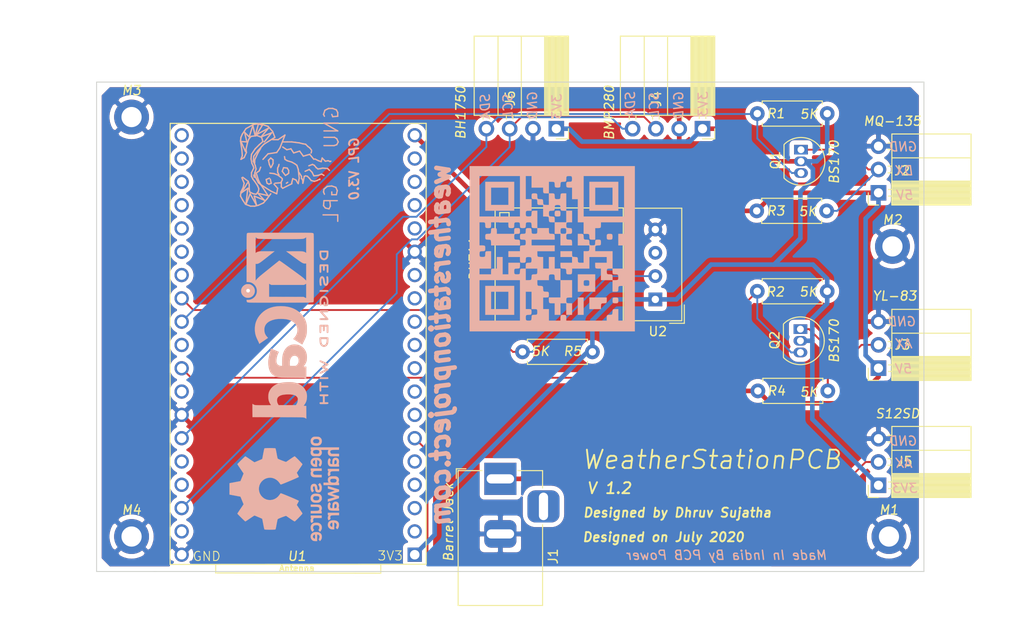
<source format=kicad_pcb>
(kicad_pcb (version 20171130) (host pcbnew "(5.1.6)-1")
  (title_block (title WeatherStationPCB) (date "July 2020") (rev V-1.2) (company "Weather Station Project") (comment 2 "This project is protected by the GNU General Public License V-3.0") (comment 4 "Designed by Dhruv Sujatha"))
  (layers (0 F.Cu signal) (31 B.Cu signal) (34 B.Paste user) (35 F.Paste user) (36 B.SilkS user) (37 F.SilkS user) (38 B.Mask user) (39 F.Mask user) (44 Edge.Cuts user))
  (net 0 "")
  (net 1 "Net-(U1-Pad3)")
  (net 2 "Net-(U1-Pad4)")
  (net 3 "Net-(U1-Pad5)")
  (net 4 "Net-(U1-Pad7)")
  (net 5 "Net-(U1-Pad8)")
  (net 6 "Net-(U1-Pad9)")
  (net 7 "Net-(U1-Pad10)")
  (net 8 "Net-(U1-Pad11)")
  (net 9 "Net-(U1-Pad12)")
  (net 10 "Net-(U1-Pad13)")
  (net 11 "Net-(U1-Pad16)")
  (net 12 "Net-(U1-Pad17)")
  (net 13 "Net-(U1-Pad18)")
  (net 14 "Net-(U1-Pad21)")
  (net 15 "Net-(U1-Pad29)")
  (net 16 "Net-(U1-Pad32)")
  (net 17 "Net-(U1-Pad33)")
  (net 18 "Net-(U1-Pad34)")
  (net 19 "Net-(U1-Pad35)")
  (net 20 "Net-(U1-Pad36)")
  (net 21 "Net-(U1-Pad37)")
  (net 22 5V)
  (net 23 GND)
  (net 24 "Net-(J1-Pad3)")
  (net 25 RST)
  (net 26 3V3)
  (net 27 "Net-(U1-Pad15)")
  (net 28 SCL)
  (net 29 SDA)
  (net 30 DHT22Data)
  (net 31 "Net-(U1-Pad38)")
  (net 32 MQ135Data5V)
  (net 33 YL-83Data5V)
  (net 34 MQ135Data)
  (net 35 YL-83Data)
  (net 36 "Net-(U2-Pad3)")
  (net 37 S12SD-UVData)
  (net 38 TX)
  (net 39 RX)
  (net 40 "Net-(U1-Pad27)")
  (module SilkScreen:WeatherStationQR_18mm (layer B.Cu) (at 146.558 96.647 270)
    (fp_text reference G*** hide)
    (fp_text value LOGO hide)
  )
  (module Symbol:OSHW-Logo_11.4x12mm_SilkScreen (layer B.Cu) (at 117.348 122.809 270)
    (fp_text reference REF** hide)
    (fp_text value OSHW-Logo_11.4x12mm_SilkScreen hide)
  )
  (module Symbol:KiCad-Logo2_8mm_SilkScreen (layer B.Cu) (at 116.586 105.029 270)
    (fp_text reference REF** hide)
    (fp_text value KiCad-Logo2_8mm_SilkScreen hide)
  )
  (module Symbol:Symbol_GNU-Logo_SilkscreenTop (layer B.Cu) (at 116.332 87.757 270)
    (fp_text reference REF** hide)
    (fp_text value Symbol_GNU-Logo_SilkscreenTop hide)
  )
  (module Connector_PinSocket_2.54mm:PinSocket_1x03_P2.54mm_Horizontal (layer F.Cu) (at 182.118 109.664 180)
    (fp_text reference J3 (at -2.612 2.535) (layer F.SilkS))
    (fp_text value Conn_01x03_Female)
    (pad 3 thru_hole oval (at 0 5.08 180) (size 1.7 1.7) (drill 1) (layers *.Cu *.Mask) (net 23 GND))
    (pad 2 thru_hole oval (at 0 2.54 180) (size 1.7 1.7) (drill 1) (layers *.Cu *.Mask) (net 33 YL-83Data5V))
    (pad 1 thru_hole rect (at 0 0 180) (size 1.7 1.7) (drill 1) (layers *.Cu *.Mask) (net 22 5V))
  )
  (module MountingHole:MountingHole_2.2mm_M2_DIN965_Pad (layer F.Cu) (at 100.711 128.016)
    (fp_text reference M4 (at 0 -2.9) (layer F.SilkS) (effects (font (thickness 0.15) italic)))
    (fp_text value MountingHole_2.2mm_M2_DIN965_Pad)
    (pad 4 thru_hole circle (at 0 0) (size 3.8 3.8) (drill 2.2) (layers *.Cu *.Mask) (net 23 GND))
  )
  (module MountingHole:MountingHole_2.2mm_M2_DIN965_Pad (layer F.Cu) (at 100.711 82.296)
    (fp_text reference M3 (at 0 -2.9) (layer F.SilkS) (effects (font (thickness 0.15) italic)))
    (fp_text value MountingHole_2.2mm_M2_DIN965_Pad)
    (pad 3 thru_hole circle (at 0 0) (size 3.8 3.8) (drill 2.2) (layers *.Cu *.Mask) (net 23 GND))
  )
  (module MountingHole:MountingHole_2.2mm_M2_DIN965_Pad (layer F.Cu) (at 183.642 96.393)
    (fp_text reference M2 (at 0 -2.9) (layer F.SilkS) (effects (font (thickness 0.15) italic)))
    (fp_text value MountingHole_2.2mm_M2_DIN965_Pad)
    (pad 2 thru_hole circle (at 0 0) (size 3.8 3.8) (drill 2.2) (layers *.Cu *.Mask) (net 23 GND))
  )
  (module MountingHole:MountingHole_2.2mm_M2_DIN965_Pad (layer F.Cu) (at 183.261 128.016)
    (fp_text reference M1 (at 0 -2.9) (layer F.SilkS) (effects (font (thickness 0.15) italic)))
    (fp_text value MountingHole_2.2mm_M2_DIN965_Pad)
    (pad 1 thru_hole circle (at 0 0) (size 3.8 3.8) (drill 2.2) (layers *.Cu *.Mask) (net 23 GND))
  )
  (module Resistor_THT:R_Axial_DIN0207_L6.3mm_D2.5mm_P7.62mm_Horizontal (layer F.Cu) (at 150.939 107.886 180)
    (fp_text reference R5 (at 2.159 0.0635) (layer F.SilkS) (effects (font (thickness 0.15) italic)))
    (fp_text value 5K (at 5.6515 0.0635) (layer F.SilkS) (effects (font (thickness 0.15) italic)))
    (pad 2 thru_hole oval (at 7.62 0 180) (size 1.6 1.6) (drill 0.8) (layers *.Cu *.Mask) (net 30 DHT22Data))
    (pad 1 thru_hole circle (at 0 0 180) (size 1.6 1.6) (drill 0.8) (layers *.Cu *.Mask) (net 26 3V3))
  )
  (module Resistor_THT:R_Axial_DIN0207_L6.3mm_D2.5mm_P7.62mm_Horizontal (layer F.Cu) (at 168.973 112.141)
    (fp_text reference R4 (at 2.032 0) (layer F.SilkS) (effects (font (thickness 0.15) italic)))
    (fp_text value 5K (at 5.588 0.127) (layer F.SilkS) (effects (font (thickness 0.15) italic)))
    (pad 2 thru_hole oval (at 7.62 0) (size 1.6 1.6) (drill 0.8) (layers *.Cu *.Mask) (net 33 YL-83Data5V))
    (pad 1 thru_hole circle (at 0 0) (size 1.6 1.6) (drill 0.8) (layers *.Cu *.Mask) (net 22 5V))
  )
  (module Resistor_THT:R_Axial_DIN0207_L6.3mm_D2.5mm_P7.62mm_Horizontal (layer F.Cu) (at 168.847 92.5195)
    (fp_text reference R3 (at 2.0955 0) (layer F.SilkS) (effects (font (thickness 0.15) italic)))
    (fp_text value 5K (at 5.588 0.0635) (layer F.SilkS) (effects (font (thickness 0.15) italic)))
    (pad 2 thru_hole oval (at 7.62 0) (size 1.6 1.6) (drill 0.8) (layers *.Cu *.Mask) (net 32 MQ135Data5V))
    (pad 1 thru_hole circle (at 0 0) (size 1.6 1.6) (drill 0.8) (layers *.Cu *.Mask) (net 22 5V))
  )
  (module Resistor_THT:R_Axial_DIN0207_L6.3mm_D2.5mm_P7.62mm_Horizontal (layer F.Cu) (at 168.91 101.2825)
    (fp_text reference R2 (at 1.9685 0.0635) (layer F.SilkS) (effects (font (thickness 0.15) italic)))
    (fp_text value 5K (at 5.588 0.0635) (layer F.SilkS) (effects (font (thickness 0.15) italic)))
    (pad 2 thru_hole oval (at 7.62 0) (size 1.6 1.6) (drill 0.8) (layers *.Cu *.Mask) (net 26 3V3))
    (pad 1 thru_hole circle (at 0 0) (size 1.6 1.6) (drill 0.8) (layers *.Cu *.Mask) (net 35 YL-83Data))
  )
  (module Resistor_THT:R_Axial_DIN0207_L6.3mm_D2.5mm_P7.62mm_Horizontal (layer F.Cu) (at 168.91 81.915)
    (fp_text reference R1 (at 2.032 0) (layer F.SilkS) (effects (font (thickness 0.15) italic)))
    (fp_text value 5K (at 5.6515 0.0635) (layer F.SilkS) (effects (font (thickness 0.15) italic)))
    (pad 2 thru_hole oval (at 7.62 0) (size 1.6 1.6) (drill 0.8) (layers *.Cu *.Mask) (net 26 3V3))
    (pad 1 thru_hole circle (at 0 0) (size 1.6 1.6) (drill 0.8) (layers *.Cu *.Mask) (net 34 MQ135Data))
  )
  (module Connector_PinSocket_2.54mm:PinSocket_1x04_P2.54mm_Horizontal (layer F.Cu) (at 147.003 83.566 270)
    (fp_text reference J6 (at -3.312 5.022 90) (layer F.SilkS))
    (fp_text value "BH1750 Lux Meter")
    (pad 4 thru_hole oval (at 0 7.62 270) (size 1.7 1.7) (drill 1) (layers *.Cu *.Mask) (net 29 SDA))
    (pad 3 thru_hole oval (at 0 5.08 270) (size 1.7 1.7) (drill 1) (layers *.Cu *.Mask) (net 28 SCL))
    (pad 2 thru_hole oval (at 0 2.54 270) (size 1.7 1.7) (drill 1) (layers *.Cu *.Mask) (net 23 GND))
    (pad 1 thru_hole rect (at 0 0 270) (size 1.7 1.7) (drill 1) (layers *.Cu *.Mask) (net 26 3V3))
  )
  (module Connector_PinSocket_2.54mm:PinSocket_1x03_P2.54mm_Horizontal (layer F.Cu) (at 182.118 122.428 180)
    (fp_text reference J5 (at -2.8475 2.5975) (layer F.SilkS))
    (fp_text value Conn_01x03_Female)
    (pad 3 thru_hole oval (at 0 5.08 180) (size 1.7 1.7) (drill 1) (layers *.Cu *.Mask) (net 23 GND))
    (pad 2 thru_hole oval (at 0 2.54 180) (size 1.7 1.7) (drill 1) (layers *.Cu *.Mask) (net 37 S12SD-UVData))
    (pad 1 thru_hole rect (at 0 0 180) (size 1.7 1.7) (drill 1) (layers *.Cu *.Mask) (net 26 3V3))
  )
  (module Connector_PinSocket_2.54mm:PinSocket_1x03_P2.54mm_Horizontal (layer F.Cu) (at 182.118 90.551 180)
    (fp_text reference J2 (at -2.5735 2.413) (layer F.SilkS))
    (fp_text value Conn_01x03_Female)
    (pad 3 thru_hole oval (at 0 5.08 180) (size 1.7 1.7) (drill 1) (layers *.Cu *.Mask) (net 23 GND))
    (pad 2 thru_hole oval (at 0 2.54 180) (size 1.7 1.7) (drill 1) (layers *.Cu *.Mask) (net 32 MQ135Data5V))
    (pad 1 thru_hole rect (at 0 0 180) (size 1.7 1.7) (drill 1) (layers *.Cu *.Mask) (net 22 5V))
  )
  (module Connector_PinSocket_2.54mm:PinSocket_1x04_P2.54mm_Horizontal (layer F.Cu) (at 162.941 83.566 270)
    (fp_text reference J4 (at -3.2385 5.0165 270) (layer F.SilkS))
    (fp_text value "BMP280 Pressure Sensor")
    (pad 4 thru_hole oval (at 0 7.62 270) (size 1.7 1.7) (drill 1) (layers *.Cu *.Mask) (net 29 SDA))
    (pad 3 thru_hole oval (at 0 5.08 270) (size 1.7 1.7) (drill 1) (layers *.Cu *.Mask) (net 28 SCL))
    (pad 2 thru_hole oval (at 0 2.54 270) (size 1.7 1.7) (drill 1) (layers *.Cu *.Mask) (net 23 GND))
    (pad 1 thru_hole rect (at 0 0 270) (size 1.7 1.7) (drill 1) (layers *.Cu *.Mask) (net 26 3V3))
  )
  (module ESP32-DEVKITC-32D:MODULE_ESP32-DEVKITC-32D (layer F.Cu) (at 118.872 110.236 180)
    (fp_text reference U1 (at 0.13 -19.92 180) (layer F.SilkS) (effects (font (size 1.000386 1.000386) (thickness 0.15) italic)))
    (fp_text value ESP32-DEVKITC-32D)
    (fp_text user Antenna (at 0.14 -21.24) (layer F.SilkS) (effects (font (size 0.65 0.65))))
    (pad 1 thru_hole rect (at -12.7 -19.76 180) (size 1.56 1.56) (drill 1.04) (layers *.Cu *.Mask) (net 26 3V3))
    (pad 2 thru_hole circle (at -12.7 -17.22 180) (size 1.56 1.56) (drill 1.04) (layers *.Cu *.Mask) (net 25 RST))
    (pad 19 thru_hole circle (at -12.7 25.96 180) (size 1.56 1.56) (drill 1.04) (layers *.Cu *.Mask) (net 22 5V))
    (pad 3 thru_hole circle (at -12.7 -14.68 180) (size 1.56 1.56) (drill 1.04) (layers *.Cu *.Mask) (net 1 "Net-(U1-Pad3)"))
    (pad 4 thru_hole circle (at -12.7 -12.14 180) (size 1.56 1.56) (drill 1.04) (layers *.Cu *.Mask) (net 2 "Net-(U1-Pad4)"))
    (pad 5 thru_hole circle (at -12.7 -9.6 180) (size 1.56 1.56) (drill 1.04) (layers *.Cu *.Mask) (net 3 "Net-(U1-Pad5)"))
    (pad 6 thru_hole circle (at -12.7 -7.06 180) (size 1.56 1.56) (drill 1.04) (layers *.Cu *.Mask) (net 37 S12SD-UVData))
    (pad 7 thru_hole circle (at -12.7 -4.52 180) (size 1.56 1.56) (drill 1.04) (layers *.Cu *.Mask) (net 4 "Net-(U1-Pad7)"))
    (pad 8 thru_hole circle (at -12.7 -1.98 180) (size 1.56 1.56) (drill 1.04) (layers *.Cu *.Mask) (net 5 "Net-(U1-Pad8)"))
    (pad 9 thru_hole circle (at -12.7 0.56 180) (size 1.56 1.56) (drill 1.04) (layers *.Cu *.Mask) (net 6 "Net-(U1-Pad9)"))
    (pad 10 thru_hole circle (at -12.7 3.1 180) (size 1.56 1.56) (drill 1.04) (layers *.Cu *.Mask) (net 7 "Net-(U1-Pad10)"))
    (pad 11 thru_hole circle (at -12.7 5.64 180) (size 1.56 1.56) (drill 1.04) (layers *.Cu *.Mask) (net 8 "Net-(U1-Pad11)"))
    (pad 12 thru_hole circle (at -12.7 8.18 180) (size 1.56 1.56) (drill 1.04) (layers *.Cu *.Mask) (net 9 "Net-(U1-Pad12)"))
    (pad 13 thru_hole circle (at -12.7 10.72 180) (size 1.56 1.56) (drill 1.04) (layers *.Cu *.Mask) (net 10 "Net-(U1-Pad13)"))
    (pad 14 thru_hole circle (at -12.7 13.26 180) (size 1.56 1.56) (drill 1.04) (layers *.Cu *.Mask) (net 23 GND))
    (pad 15 thru_hole circle (at -12.7 15.8 180) (size 1.56 1.56) (drill 1.04) (layers *.Cu *.Mask) (net 27 "Net-(U1-Pad15)"))
    (pad 16 thru_hole circle (at -12.7 18.34 180) (size 1.56 1.56) (drill 1.04) (layers *.Cu *.Mask) (net 11 "Net-(U1-Pad16)"))
    (pad 17 thru_hole circle (at -12.7 20.88 180) (size 1.56 1.56) (drill 1.04) (layers *.Cu *.Mask) (net 12 "Net-(U1-Pad17)"))
    (pad 18 thru_hole circle (at -12.7 23.42 180) (size 1.56 1.56) (drill 1.04) (layers *.Cu *.Mask) (net 13 "Net-(U1-Pad18)"))
    (pad 20 thru_hole circle (at 12.7 -19.76 180) (size 1.56 1.56) (drill 1.04) (layers *.Cu *.Mask) (net 23 GND))
    (pad 21 thru_hole circle (at 12.7 -17.22 180) (size 1.56 1.56) (drill 1.04) (layers *.Cu *.Mask) (net 14 "Net-(U1-Pad21)"))
    (pad 22 thru_hole circle (at 12.7 -14.68 180) (size 1.56 1.56) (drill 1.04) (layers *.Cu *.Mask) (net 28 SCL))
    (pad 23 thru_hole circle (at 12.7 -12.14 180) (size 1.56 1.56) (drill 1.04) (layers *.Cu *.Mask) (net 38 TX))
    (pad 24 thru_hole circle (at 12.7 -9.6 180) (size 1.56 1.56) (drill 1.04) (layers *.Cu *.Mask) (net 39 RX))
    (pad 25 thru_hole circle (at 12.7 -7.06 180) (size 1.56 1.56) (drill 1.04) (layers *.Cu *.Mask) (net 29 SDA))
    (pad 26 thru_hole circle (at 12.7 -4.52 180) (size 1.56 1.56) (drill 1.04) (layers *.Cu *.Mask) (net 23 GND))
    (pad 27 thru_hole circle (at 12.7 -1.98 180) (size 1.56 1.56) (drill 1.04) (layers *.Cu *.Mask) (net 40 "Net-(U1-Pad27)"))
    (pad 28 thru_hole circle (at 12.7 0.56 180) (size 1.56 1.56) (drill 1.04) (layers *.Cu *.Mask) (net 35 YL-83Data))
    (pad 29 thru_hole circle (at 12.7 3.1 180) (size 1.56 1.56) (drill 1.04) (layers *.Cu *.Mask) (net 15 "Net-(U1-Pad29)"))
    (pad 30 thru_hole circle (at 12.7 5.64 180) (size 1.56 1.56) (drill 1.04) (layers *.Cu *.Mask) (net 34 MQ135Data))
    (pad 31 thru_hole circle (at 12.7 8.18 180) (size 1.56 1.56) (drill 1.04) (layers *.Cu *.Mask) (net 30 DHT22Data))
    (pad 32 thru_hole circle (at 12.7 10.72 180) (size 1.56 1.56) (drill 1.04) (layers *.Cu *.Mask) (net 16 "Net-(U1-Pad32)"))
    (pad 33 thru_hole circle (at 12.7 13.26 180) (size 1.56 1.56) (drill 1.04) (layers *.Cu *.Mask) (net 17 "Net-(U1-Pad33)"))
    (pad 34 thru_hole circle (at 12.7 15.8 180) (size 1.56 1.56) (drill 1.04) (layers *.Cu *.Mask) (net 18 "Net-(U1-Pad34)"))
    (pad 35 thru_hole circle (at 12.7 18.34 180) (size 1.56 1.56) (drill 1.04) (layers *.Cu *.Mask) (net 19 "Net-(U1-Pad35)"))
    (pad 36 thru_hole circle (at 12.7 20.88 180) (size 1.56 1.56) (drill 1.04) (layers *.Cu *.Mask) (net 20 "Net-(U1-Pad36)"))
    (pad 37 thru_hole circle (at 12.7 23.42 180) (size 1.56 1.56) (drill 1.04) (layers *.Cu *.Mask) (net 21 "Net-(U1-Pad37)"))
    (pad 38 thru_hole circle (at 12.7 25.96 180) (size 1.56 1.56) (drill 1.04) (layers *.Cu *.Mask) (net 31 "Net-(U1-Pad38)"))
  )
  (module Sensor:Aosong_DHT11_5.5x12.0_P2.54mm (layer F.Cu) (at 157.797 102.1715 180)
    (fp_text reference U2 (at -0.27 -3.49) (layer F.SilkS))
    (fp_text value DHT11)
    (pad 4 thru_hole circle (at 0 7.62 180) (size 1.5 1.5) (drill 0.8) (layers *.Cu *.Mask) (net 23 GND))
    (pad 3 thru_hole circle (at 0 5.08 180) (size 1.5 1.5) (drill 0.8) (layers *.Cu *.Mask) (net 36 "Net-(U2-Pad3)"))
    (pad 2 thru_hole circle (at 0 2.54 180) (size 1.5 1.5) (drill 0.8) (layers *.Cu *.Mask) (net 30 DHT22Data))
    (pad 1 thru_hole rect (at 0 0 180) (size 1.5 1.5) (drill 0.8) (layers *.Cu *.Mask) (net 26 3V3))
  )
  (module Connector_BarrelJack:BarrelJack_Horizontal (layer F.Cu) (at 140.907 121.73 90)
    (fp_text reference J1 (at -8.45 5.75 90) (layer F.SilkS))
    (fp_text value Barrel_Jack_Switch)
    (pad 1 thru_hole rect (at 0 0 90) (size 3.5 3.5) (drill oval 1 3) (layers *.Cu *.Mask) (net 22 5V))
    (pad 2 thru_hole roundrect (at -6 0 90) (size 3 3.5) (drill oval 1 3) (layers *.Cu *.Mask) (net 23 GND))
    (pad 3 thru_hole roundrect (at -3 4.7 90) (size 3.5 3.5) (drill oval 3 1) (layers *.Cu *.Mask) (net 24 "Net-(J1-Pad3)"))
  )
  (module Package_TO_SOT_THT:TO-92_Inline (layer F.Cu) (at 173.673 85.852 270)
    (fp_text reference Q1 (at 1.143 2.794 270) (layer F.SilkS))
    (fp_text value BS170 (at 1.3335 -3.6195 270) (layer F.SilkS) (effects (font (thickness 0.15) italic)))
    (pad 2 thru_hole oval (at 1.27 0 270) (size 1.05 1.5) (drill 0.75) (layers *.Cu *.Mask) (net 26 3V3))
    (pad 3 thru_hole oval (at 2.54 0 270) (size 1.05 1.5) (drill 0.75) (layers *.Cu *.Mask) (net 34 MQ135Data))
    (pad 1 thru_hole rect (at 0 0 270) (size 1.05 1.5) (drill 0.75) (layers *.Cu *.Mask) (net 32 MQ135Data5V))
  )
  (module Package_TO_SOT_THT:TO-92_Inline (layer F.Cu) (at 173.609 105.41 270)
    (fp_text reference Q2 (at 1.2065 2.794 270) (layer F.SilkS))
    (fp_text value BS170 (at 1.27 -3.683 270) (layer F.SilkS) (effects (font (thickness 0.15) italic)))
    (pad 1 thru_hole rect (at 0 0 270) (size 1.05 1.5) (drill 0.75) (layers *.Cu *.Mask) (net 33 YL-83Data5V))
    (pad 3 thru_hole oval (at 2.54 0 270) (size 1.05 1.5) (drill 0.75) (layers *.Cu *.Mask) (net 35 YL-83Data))
    (pad 2 thru_hole oval (at 1.27 0 270) (size 1.05 1.5) (drill 0.75) (layers *.Cu *.Mask) (net 26 3V3))
  )
  (gr_line (start 154.305 92.202) (end 154.051 92.202) (layer F.SilkS) (width 0.12))
  (gr_line (start 154.305 104.648) (end 154.305 92.202) (layer F.SilkS) (width 0.12))
  (gr_text "GPL V3.0" (at 124.968 87.884 90) (layer B.SilkS) (effects (font (size 1 1) (thickness 0.2) italic) (justify mirror)))
  (gr_text DX (at 184.9755 88.138) (layer B.SilkS) (effects (font (size 1 1) (thickness 0.15) italic) (justify mirror)))
  (gr_text AX (at 184.912 120.015) (layer B.SilkS) (effects (font (size 1 1) (thickness 0.15) italic) (justify mirror)))
  (gr_text GND (at 184.8485 117.602) (layer B.SilkS) (effects (font (size 1 1) (thickness 0.15) italic) (justify mirror)))
  (gr_text 5V (at 185.039 90.805) (layer B.SilkS) (effects (font (size 1 1) (thickness 0.15) italic) (justify mirror)))
  (gr_text SDA (at 155.067 80.8355 90) (layer B.SilkS) (effects (font (size 1 1) (thickness 0.15) italic) (justify mirror)))
  (gr_text SDA (at 139.2555 81.0895 90) (layer B.SilkS) (effects (font (size 1 1) (thickness 0.15) italic) (justify mirror)))
  (gr_text 5V (at 184.912 109.728) (layer B.SilkS) (effects (font (size 1 1) (thickness 0.15) italic) (justify mirror)))
  (gr_text 3V3 (at 185.039 122.7455) (layer B.SilkS) (effects (font (size 1 1) (thickness 0.15) italic) (justify mirror)))
  (gr_text AX (at 184.912 106.9975) (layer B.SilkS) (effects (font (size 1 1) (thickness 0.15) italic) (justify mirror)))
  (gr_text 3V3 (at 147.066 81.0895 90) (layer B.SilkS) (effects (font (size 1 1) (thickness 0.15) italic) (justify mirror)))
  (gr_text weatherstationproject.com (at 134.366 107.061 90) (layer B.SilkS) (effects (font (size 2 2) (thickness 0.5) italic) (justify mirror)))
  (gr_text GND (at 144.399 80.9625 90) (layer B.SilkS) (effects (font (size 1 1) (thickness 0.15) italic) (justify mirror)))
  (gr_text SCL (at 141.732 81.026 90) (layer B.SilkS) (effects (font (size 1 1) (thickness 0.15) italic) (justify mirror)))
  (gr_text GND (at 184.8485 85.5345) (layer B.SilkS) (effects (font (size 1 1) (thickness 0.15) italic) (justify mirror)))
  (gr_text 3V3 (at 163.0045 80.8355 90) (layer B.SilkS) (effects (font (size 1 1) (thickness 0.15) italic) (justify mirror)))
  (gr_text GND (at 184.7215 104.5845) (layer B.SilkS) (effects (font (size 1 1) (thickness 0.15) italic) (justify mirror)))
  (gr_text GND (at 160.3375 80.9625 90) (layer B.SilkS) (effects (font (size 1 1) (thickness 0.15) italic) (justify mirror)))
  (gr_text SCL (at 157.6705 80.899 90) (layer B.SilkS) (effects (font (size 1 1) (thickness 0.15) italic) (justify mirror)))
  (gr_text "Made In India By PCB Power" (at 165.608 130.048) (layer B.SilkS) (effects (font (size 1 1) (thickness 0.15) italic) (justify mirror)))
  (gr_line (start 141.859 93.726) (end 140.843 93.726) (layer F.SilkS) (width 0.12))
  (gr_line (start 141.859 92.71) (end 141.859 93.726) (layer F.SilkS) (width 0.12))
  (gr_line (start 140.843 92.71) (end 141.859 92.71) (layer F.SilkS) (width 0.12))
  (gr_line (start 140.843 93.726) (end 140.843 92.71) (layer F.SilkS) (width 0.12))
  (gr_line (start 154.051 92.202) (end 140.335 92.202) (layer F.SilkS) (width 0.12))
  (gr_line (start 140.335 104.648) (end 154.305 104.648) (layer F.SilkS) (width 0.12))
  (gr_line (start 140.335 92.202) (end 140.335 104.648) (layer F.SilkS) (width 0.12))
  (gr_line (start 96.901 78.486) (end 103.251 78.486) (layer Edge.Cuts) (width 0.1))
  (gr_line (start 96.901 131.826) (end 96.901 78.486) (layer Edge.Cuts) (width 0.1))
  (gr_line (start 103.251 131.826) (end 96.901 131.826) (layer Edge.Cuts) (width 0.1))
  (gr_text YL-83 (at 183.896 101.7905) (layer F.SilkS) (effects (font (size 1 1) (thickness 0.15) italic)))
  (gr_text MQ-135 (at 183.642 82.7405) (layer F.SilkS) (effects (font (size 1 1) (thickness 0.15) italic)))
  (gr_text "DHT11\n" (at 138.049 97.79 90) (layer F.SilkS) (effects (font (size 1 1) (thickness 0.15) italic)))
  (gr_text BMP280 (at 152.781 81.788 90) (layer F.SilkS) (effects (font (size 1 1) (thickness 0.15) italic)))
  (gr_text BH1750 (at 136.5885 81.788 90) (layer F.SilkS) (effects (font (size 1 1) (thickness 0.15) italic)))
  (gr_text S12SD (at 184.2135 114.6175) (layer F.SilkS) (effects (font (size 1 1) (thickness 0.15) italic)))
  (gr_text "Barrel Jack" (at 135.255 126.4285 90) (layer F.SilkS) (effects (font (size 1 1) (thickness 0.15) italic)))
  (gr_text "Designed on July 2020" (at 158.6865 128.0795) (layer F.SilkS) (effects (font (size 1 1) (thickness 0.2) italic)))
  (gr_text "Designed by Dhruv Sujatha" (at 160.2105 125.4125) (layer F.SilkS) (effects (font (size 1 1) (thickness 0.2) italic)))
  (gr_text "V 1.2\n" (at 152.7865 122.7455) (layer F.SilkS) (effects (font (size 1.2 1.2) (thickness 0.2) italic)))
  (gr_text "GND\n" (at 108.9025 130.175) (layer F.SilkS) (effects (font (size 1 1) (thickness 0.1))))
  (gr_text "3V3\n" (at 128.905 130.1115) (layer F.SilkS) (effects (font (size 1 1) (thickness 0.1))))
  (gr_text WeatherStationPCB (at 163.957 119.634) (layer F.SilkS) (effects (font (size 2 2) (thickness 0.2) italic)))
  (gr_line (start 187.071 78.486) (end 187.071 131.826) (layer Edge.Cuts) (width 0.1))
  (gr_line (start 103.251 78.486) (end 187.071 78.486) (layer Edge.Cuts) (width 0.1))
  (gr_line (start 187.071 131.826) (end 103.251 131.826) (layer Edge.Cuts) (width 0.1))
  (segment (start 140.907 121.73) (end 143.2073 121.73) (width 0.5) (layer F.Cu) (net 22))
  (segment (start 143.2073 121.73) (end 152.7963 112.141) (width 0.5) (layer F.Cu) (net 22))
  (segment (start 152.7963 112.141) (end 168.973 112.141) (width 0.5) (layer F.Cu) (net 22))
  (segment (start 131.572 84.276) (end 139.8155 92.5195) (width 0.5) (layer F.Cu) (net 22))
  (segment (start 139.8155 92.5195) (end 168.847 92.5195) (width 0.5) (layer F.Cu) (net 22))
  (segment (start 182.118 90.551) (end 170.8155 90.551) (width 0.5) (layer F.Cu) (net 22))
  (segment (start 170.8155 90.551) (end 168.847 92.5195) (width 0.5) (layer F.Cu) (net 22))
  (segment (start 182.118 90.551) (end 182.118 91.9513) (width 0.5) (layer B.Cu) (net 22))
  (segment (start 182.118 109.664) (end 180.7177 108.2637) (width 0.5) (layer B.Cu) (net 22))
  (segment (start 180.7177 108.2637) (end 180.7177 93.3516) (width 0.5) (layer B.Cu) (net 22))
  (segment (start 180.7177 93.3516) (end 182.118 91.9513) (width 0.5) (layer B.Cu) (net 22))
  (segment (start 179.2396 113.4954) (end 170.3274 113.4954) (width 0.5) (layer F.Cu) (net 22))
  (segment (start 182.118 109.664) (end 182.118 110.617) (width 0.5) (layer F.Cu) (net 22))
  (segment (start 170.3274 113.4954) (end 168.973 112.141) (width 0.5) (layer F.Cu) (net 22))
  (segment (start 182.118 110.617) (end 179.2396 113.4954) (width 0.5) (layer F.Cu) (net 22))
  (via (at 113.411 101.219) (size 0.8) (drill 0.4) (layers F.Cu B.Cu) (net 23))
  (segment (start 147.003 83.566) (end 148.4033 83.566) (width 0.5) (layer B.Cu) (net 26))
  (segment (start 162.941 83.566) (end 161.5407 84.9663) (width 0.5) (layer B.Cu) (net 26))
  (segment (start 161.5407 84.9663) (end 149.8036 84.9663) (width 0.5) (layer B.Cu) (net 26))
  (segment (start 149.8036 84.9663) (end 148.4033 83.566) (width 0.5) (layer B.Cu) (net 26))
  (segment (start 174.9733 98.3755) (end 176.53 99.9322) (width 0.5) (layer B.Cu) (net 26))
  (segment (start 162.369 99.8855) (end 163.879 98.3755) (width 0.5) (layer B.Cu) (net 26))
  (segment (start 157.797 102.1715) (end 160.083 102.1715) (width 0.5) (layer B.Cu) (net 26))
  (segment (start 160.083 102.1715) (end 162.369 99.8855) (width 0.5) (layer B.Cu) (net 26))
  (segment (start 176.53 101.2825) (end 176.53 99.9322) (width 0.5) (layer B.Cu) (net 26))
  (segment (start 174.9094 106.68) (end 174.9094 104.2534) (width 0.5) (layer B.Cu) (net 26))
  (segment (start 174.9094 104.2534) (end 176.53 102.6328) (width 0.5) (layer B.Cu) (net 26))
  (segment (start 174.8659 106.68) (end 174.9094 106.68) (width 0.5) (layer B.Cu) (net 26))
  (segment (start 174.9094 106.68) (end 174.9094 115.2194) (width 0.5) (layer B.Cu) (net 26))
  (segment (start 174.9094 115.2194) (end 182.118 122.428) (width 0.5) (layer B.Cu) (net 26))
  (segment (start 176.53 101.2825) (end 176.53 102.6328) (width 0.5) (layer B.Cu) (net 26))
  (segment (start 176.53 81.915) (end 176.53 83.2653) (width 0.5) (layer B.Cu) (net 26))
  (segment (start 162.941 83.566) (end 164.3413 83.566) (width 0.5) (layer F.Cu) (net 26))
  (segment (start 173.673 87.122) (end 167.8973 87.122) (width 0.5) (layer F.Cu) (net 26))
  (segment (start 167.8973 87.122) (end 164.3413 83.566) (width 0.5) (layer F.Cu) (net 26))
  (segment (start 173.609 106.68) (end 174.8659 106.68) (width 0.5) (layer B.Cu) (net 26))
  (segment (start 131.572 129.996) (end 133.7455 127.8225) (width 0.5) (layer B.Cu) (net 26))
  (segment (start 133.7455 127.8225) (end 133.7455 124.5497) (width 0.5) (layer B.Cu) (net 26))
  (segment (start 133.7455 124.5497) (end 150.4092 107.886) (width 0.5) (layer B.Cu) (net 26))
  (segment (start 150.4092 107.886) (end 150.939 107.886) (width 0.5) (layer B.Cu) (net 26))
  (segment (start 173.673 87.122) (end 175.387 87.122) (width 0.5) (layer B.Cu) (net 26))
  (segment (start 176.53 85.979) (end 176.53 83.2653) (width 0.5) (layer B.Cu) (net 26))
  (segment (start 175.387 87.122) (end 176.53 85.979) (width 0.5) (layer B.Cu) (net 26))
  (segment (start 170.7375 98.3755) (end 173.609 95.504) (width 0.5) (layer B.Cu) (net 26))
  (segment (start 170.7375 98.3755) (end 174.9733 98.3755) (width 0.5) (layer B.Cu) (net 26))
  (segment (start 163.879 98.3755) (end 170.7375 98.3755) (width 0.5) (layer B.Cu) (net 26))
  (segment (start 173.609 95.504) (end 173.609 90.424) (width 0.5) (layer B.Cu) (net 26))
  (segment (start 174.97301 89.05999) (end 173.609 90.424) (width 0.5) (layer B.Cu) (net 26))
  (segment (start 174.148293 87.122) (end 174.97301 87.946717) (width 0.5) (layer B.Cu) (net 26))
  (segment (start 174.97301 87.946717) (end 174.97301 89.05999) (width 0.5) (layer B.Cu) (net 26))
  (segment (start 173.673 87.122) (end 174.148293 87.122) (width 0.5) (layer B.Cu) (net 26))
  (segment (start 150.939 107.886) (end 150.939 104.458) (width 0.5) (layer B.Cu) (net 26))
  (segment (start 153.2255 102.1715) (end 157.797 102.1715) (width 0.5) (layer B.Cu) (net 26))
  (segment (start 150.939 104.458) (end 153.2255 102.1715) (width 0.5) (layer B.Cu) (net 26))
  (segment (start 106.172 124.916) (end 129.6149 101.4731) (width 0.2) (layer B.Cu) (net 28))
  (segment (start 129.6149 101.4731) (end 129.6149 97.2589) (width 0.2) (layer B.Cu) (net 28))
  (segment (start 129.6149 97.2589) (end 131.251 95.6228) (width 0.2) (layer B.Cu) (net 28))
  (segment (start 131.251 95.6228) (end 131.8633 95.6228) (width 0.2) (layer B.Cu) (net 28))
  (segment (start 131.8633 95.6228) (end 141.923 85.5631) (width 0.2) (layer B.Cu) (net 28))
  (segment (start 141.923 85.5631) (end 141.923 83.566) (width 0.2) (layer B.Cu) (net 28))
  (segment (start 156.5661 82.2711) (end 157.861 83.566) (width 0.2) (layer F.Cu) (net 28))
  (segment (start 141.923 83.566) (end 143.2179 82.2711) (width 0.2) (layer F.Cu) (net 28))
  (segment (start 143.2179 82.2711) (end 156.5661 82.2711) (width 0.2) (layer F.Cu) (net 28))
  (segment (start 106.172 117.296) (end 130.302 93.166) (width 0.2) (layer B.Cu) (net 29))
  (segment (start 130.302 93.166) (end 131.7646 93.166) (width 0.2) (layer B.Cu) (net 29))
  (segment (start 131.7646 93.166) (end 139.383 85.5476) (width 0.2) (layer B.Cu) (net 29))
  (segment (start 139.383 85.5476) (end 139.383 83.566) (width 0.2) (layer B.Cu) (net 29))
  (segment (start 152.9703 82.3156) (end 154.2207 83.566) (width 0.2) (layer B.Cu) (net 29))
  (segment (start 139.383 83.566) (end 140.6334 82.3156) (width 0.2) (layer B.Cu) (net 29))
  (segment (start 154.2207 83.566) (end 155.321 83.566) (width 0.2) (layer B.Cu) (net 29))
  (segment (start 140.6334 82.3156) (end 152.9703 82.3156) (width 0.2) (layer B.Cu) (net 29))
  (segment (start 143.319 107.886) (end 142.2687 107.886) (width 0.2) (layer F.Cu) (net 30))
  (segment (start 142.2687 107.886) (end 137.7087 103.326) (width 0.2) (layer F.Cu) (net 30))
  (segment (start 137.7087 103.326) (end 107.442 103.326) (width 0.2) (layer F.Cu) (net 30))
  (segment (start 107.442 103.326) (end 106.172 102.056) (width 0.2) (layer F.Cu) (net 30))
  (segment (start 143.319 107.886) (end 144.3693 107.886) (width 0.2) (layer B.Cu) (net 30))
  (segment (start 157.797 99.6315) (end 152.6238 99.6315) (width 0.2) (layer B.Cu) (net 30))
  (segment (start 152.6238 99.6315) (end 144.3693 107.886) (width 0.2) (layer B.Cu) (net 30))
  (segment (start 182.118 88.011) (end 181.0177 88.011) (width 0.2) (layer F.Cu) (net 32))
  (segment (start 173.673 85.852) (end 178.8587 85.852) (width 0.2) (layer F.Cu) (net 32))
  (segment (start 178.8587 85.852) (end 181.0177 88.011) (width 0.2) (layer F.Cu) (net 32))
  (segment (start 177.6095 92.5195) (end 182.118 88.011) (width 0.2) (layer B.Cu) (net 32))
  (segment (start 176.467 92.5195) (end 177.6095 92.5195) (width 0.2) (layer B.Cu) (net 32))
  (segment (start 176.593 112.141) (end 176.593 110.808) (width 0.2) (layer F.Cu) (net 33))
  (segment (start 180.277 107.124) (end 182.118 107.124) (width 0.2) (layer F.Cu) (net 33))
  (segment (start 176.593 110.808) (end 180.277 107.124) (width 0.2) (layer F.Cu) (net 33))
  (segment (start 174.559 105.41) (end 173.609 105.41) (width 0.2) (layer F.Cu) (net 33))
  (segment (start 176.593 107.444) (end 174.559 105.41) (width 0.2) (layer F.Cu) (net 33))
  (segment (start 176.593 112.141) (end 176.593 107.444) (width 0.2) (layer F.Cu) (net 33))
  (segment (start 168.91 81.9652) (end 128.8028 81.9652) (width 0.2) (layer B.Cu) (net 34))
  (segment (start 128.8028 81.9652) (end 106.172 104.596) (width 0.2) (layer B.Cu) (net 34))
  (segment (start 168.91 81.9652) (end 168.91 81.915) (width 0.2) (layer B.Cu) (net 34))
  (segment (start 172.6727 88.392) (end 168.91 84.6293) (width 0.2) (layer B.Cu) (net 34))
  (segment (start 168.91 84.6293) (end 168.91 81.9652) (width 0.2) (layer B.Cu) (net 34))
  (segment (start 173.673 88.392) (end 172.6727 88.392) (width 0.2) (layer B.Cu) (net 34))
  (segment (start 168.91 101.2825) (end 159.4846 110.7079) (width 0.2) (layer F.Cu) (net 35))
  (segment (start 159.4846 110.7079) (end 107.2039 110.7079) (width 0.2) (layer F.Cu) (net 35))
  (segment (start 107.2039 110.7079) (end 106.172 109.676) (width 0.2) (layer F.Cu) (net 35))
  (segment (start 173.609 107.95) (end 172.6087 107.95) (width 0.2) (layer B.Cu) (net 35))
  (segment (start 172.6087 107.95) (end 168.91 104.2513) (width 0.2) (layer B.Cu) (net 35))
  (segment (start 168.91 104.2513) (end 168.91 101.2825) (width 0.2) (layer B.Cu) (net 35))
  (segment (start 182.118 119.888) (end 181.0177 119.888) (width 0.2) (layer F.Cu) (net 37))
  (segment (start 132.969 129.921) (end 132.969 118.693) (width 0.2) (layer F.Cu) (net 37))
  (segment (start 180.721 119.888) (end 169.799 130.81) (width 0.2) (layer F.Cu) (net 37))
  (segment (start 182.118 119.888) (end 180.721 119.888) (width 0.2) (layer F.Cu) (net 37))
  (segment (start 132.969 118.693) (end 131.572 117.296) (width 0.2) (layer F.Cu) (net 37))
  (segment (start 133.858 130.81) (end 132.969 129.921) (width 0.2) (layer F.Cu) (net 37))
  (segment (start 169.799 130.81) (end 133.858 130.81) (width 0.2) (layer F.Cu) (net 37))
  (zone (net 0) (net_name "") (layers F&B.Cu) (connect_pads (clearance 0.508)) (min_thickness 0.254)
    (keepout (tracks allowed) (vias not_allowed) (copperpour not_allowed))
    (fill (arc_segments 32) (thermal_gap 0.508) (thermal_bridge_width 0.508))
    (polygon (pts (xy 132.842 137.414) (xy 104.902 137.414) (xy 104.902 131.064) (xy 132.842 131.064)))
  )
  (zone (net 23) (net_name GND) (layer B.Cu) (connect_pads (clearance 0.508)) (min_thickness 0.254) (fill yes (arc_segments 32) (thermal_gap 0.508) (thermal_bridge_width 0.508) (smoothing chamfer) (radius 2))
    (polygon (pts (xy 187.071 131.826) (xy 96.901 131.826) (xy 96.901 78.486) (xy 187.071 78.486)))
  )
  (zone (net 23) (net_name GND) (layer F.Cu) (connect_pads (clearance 0.508)) (min_thickness 0.254) (fill yes (arc_segments 32) (thermal_gap 0.508) (thermal_bridge_width 0.508) (smoothing chamfer) (radius 2))
    (polygon (pts (xy 187.071 131.826) (xy 96.901 131.826) (xy 96.901 78.486) (xy 187.071 78.486)))
  )
)
</source>
